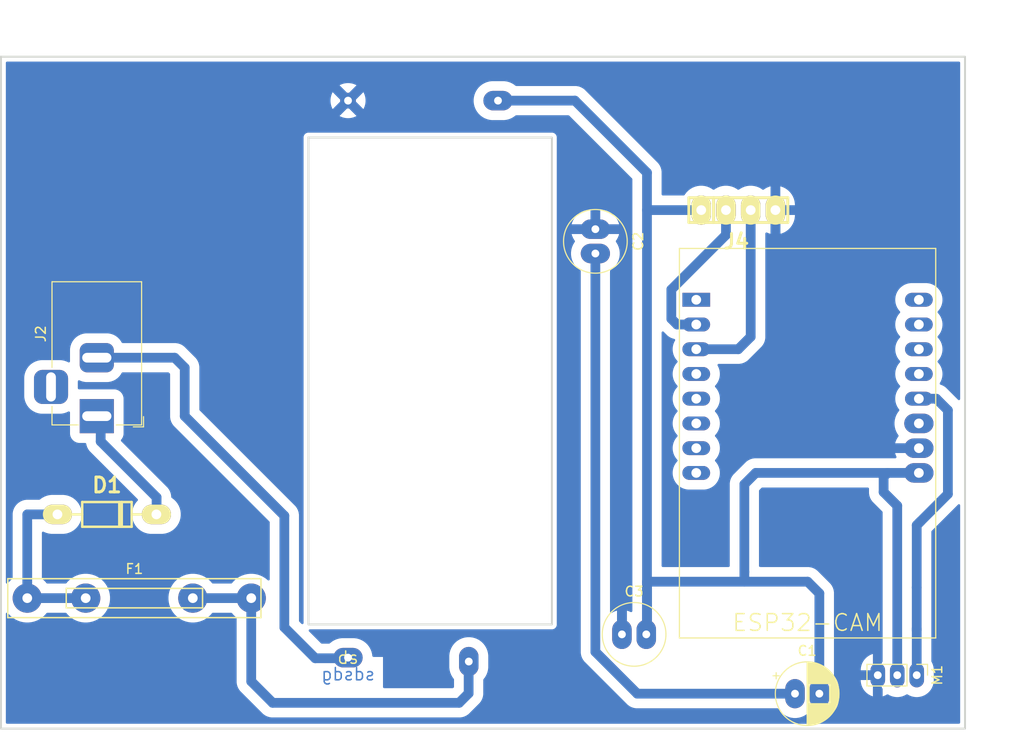
<source format=kicad_pcb>
(kicad_pcb (version 20241229) (generator "pcbnew") (generator_version "9.0")
  (layers (0 "F.Cu" signal) (2 "B.Cu" signal) (13 "F.Paste" user) (15 "B.Paste" user) (5 "F.SilkS" user "F.Silkscreen") (7 "B.SilkS" user "B.Silkscreen") (1 "F.Mask" user) (3 "B.Mask" user) (25 "Edge.Cuts" user))
  (net 0 "")
  (net 1 "GND")
  (net 2 "Net-(J1-Pin_1)")
  (net 3 "Net-(J1-Pin_2)")
  (net 4 "Net-(C1-Pad1)")
  (net 5 "Net-(G´pio12-5V)")
  (net 6 "Net-(G´pio12-GPIO3)")
  (net 7 "Net-(G´pio12-GPIO1)")
  (net 8 "Net-(G´pio12-GPIO13)")
  (net 9 "5V")
  (net 10 "PGND")
  (net 11 "12V")
  (footprint "EESTN5:FUSIBLE" (layer "F.Cu") (at 81.86 95.69)
    (property "Reference" "F1" (at 0 -3 0) (layer "F.SilkS"))
    (property "Value" "Fuse")
    (fp_line (start -13 -2) (end -13 2) (stroke (width 0.15)) (layer "F.SilkS"))
    (fp_line (start -13 2) (end 13 2) (stroke (width 0.15)) (layer "F.SilkS"))
    (fp_line (start -7 -1) (end 7 -1) (stroke (width 0.15)) (layer "F.SilkS"))
    (fp_line (start -7 1) (end -7 -1) (stroke (width 0.15)) (layer "F.SilkS"))
    (fp_line (start -6 1) (end -7 1) (stroke (width 0.15)) (layer "F.SilkS"))
    (fp_line (start 7 -1) (end 7 1) (stroke (width 0.15)) (layer "F.SilkS"))
    (fp_line (start 7 1) (end -6 1) (stroke (width 0.15)) (layer "F.SilkS"))
    (fp_line (start 12 -2) (end -13 -2) (stroke (width 0.15)) (layer "F.SilkS"))
    (fp_line (start 13 -2) (end 12 -2) (stroke (width 0.15)) (layer "F.SilkS"))
    (fp_line (start 13 2) (end 13 -2) (stroke (width 0.15)) (layer "F.SilkS"))
    (pad "1" thru_hole circle (at -11 0) (size 3 3) (drill 1) (layers "*.Cu" "*.Mask") (net 2 "Net-(J1-Pin_1)"))
    (pad "1" thru_hole circle (at -5 0) (size 3 3) (drill 1) (layers "*.Cu" "*.Mask") (net 2 "Net-(J1-Pin_1)"))
    (pad "2" thru_hole circle (at 6 0) (size 3 3) (drill 1) (layers "*.Cu" "*.Mask") (net 3 "Net-(J1-Pin_2)"))
    (pad "2" thru_hole circle (at 12 0) (size 3 3) (drill 1) (layers "*.Cu" "*.Mask") (net 3 "Net-(J1-Pin_2)"))
  )
  (footprint "" (layer "F.Cu") (at 103.8 44.6)
    (property "Reference" "" (at 0 0 0) (layer "F.SilkS") (effects (font (size 1.27 1.27))))
    (property "Value" "")
    (pad "1" thru_hole circle (at 0 0 270) (size 1.6 1.6) (drill 0.8) (layers "*.Cu" "*.Mask") (net 1 "GND"))
  )
  (footprint "EESTN5:pin_strip_4" (layer "F.Cu") (at 143.88 55.84)
    (property "Reference" "J4" (at -0.2032 3.2258 0) (layer "F.SilkS") (effects (font (size 1.5 1.5) (thickness 0.3))))
    (property "Value" "HEADER_4" (hide yes))
    (fp_line (start -5.08 -1.27) (end 5.08 -1.27) (stroke (width 0.3048)) (layer "F.SilkS"))
    (fp_line (start -5.08 1.27) (end -5.08 -1.27) (stroke (width 0.3048)) (layer "F.SilkS"))
    (fp_line (start -2.54 -1.27) (end -2.54 1.27) (stroke (width 0.3048)) (layer "F.SilkS"))
    (fp_line (start 5.08 -1.27) (end 5.08 1.27) (stroke (width 0.3048)) (layer "F.SilkS"))
    (fp_line (start 5.08 1.27) (end -5.08 1.27) (stroke (width 0.3048)) (layer "F.SilkS"))
    (pad "1" thru_hole oval (at -3.81 0) (size 2 3) (drill 1.00076) (layers "*.Cu" "*.Mask" "F.SilkS") (net 9 "5V"))
    (pad "2" thru_hole oval (at -1.27 0) (size 2 3) (drill 1.00076) (layers "*.Cu" "*.Mask" "F.SilkS") (net 6 "Net-(G´pio12-GPIO3)"))
    (pad "3" thru_hole oval (at 1.27 0) (size 2 3) (drill 1.00076) (layers "*.Cu" "*.Mask" "F.SilkS") (net 7 "Net-(G´pio12-GPIO1)"))
    (pad "4" thru_hole oval (at 3.81 0) (size 2 3) (drill 1.00076) (layers "*.Cu" "*.Mask" "F.SilkS") (net 1 "GND"))
  )
  (footprint "Connector_PinHeader_2.00mm:PinHeader_1x03_P2.00mm_Vertical" (layer "F.Cu") (at 162.2 103.6 -90)
    (property "Reference" "M1" (at 0 -2.11 270) (layer "F.SilkS"))
    (property "Value" "Motor_Servo_Futaba_J")
    (fp_line (start -1.11 5.11) (end 1.11 5.11) (stroke (width 0.12)) (layer "F.SilkS"))
    (fp_line (start -1.11 1) (end -1.11 5.11) (stroke (width 0.12)) (layer "F.SilkS"))
    (fp_line (start -1.11 1) (end 1.11 1) (stroke (width 0.12)) (layer "F.SilkS"))
    (fp_line (start 1.11 1) (end 1.11 5.11) (stroke (width 0.12)) (layer "F.SilkS"))
    (fp_line (start -1.11 0) (end -1.11 -1.11) (stroke (width 0.12)) (layer "F.SilkS"))
    (fp_line (start -1.11 -1.11) (end 0 -1.11) (stroke (width 0.12)) (layer "F.SilkS"))
    (pad "1" thru_hole oval (at 0 0 270) (size 2.5 1.5) (drill 0.8) (layers "*.Cu" "*.Mask") (net 8 "Net-(G´pio12-GPIO13)"))
    (pad "2" thru_hole oval (at 0 2 270) (size 2.5 1.5) (drill 0.8) (layers "*.Cu" "*.Mask") (net 5 "Net-(G´pio12-5V)"))
    (pad "3" thru_hole oval (at 0 4 270) (size 2.5 1.5) (drill 0.8) (layers "*.Cu" "*.Mask") (net 1 "GND"))
  )
  (footprint "Capacitor_THT:C_Radial_D6.3mm_H7.0mm_P2.50mm" (layer "F.Cu") (at 131.927621 99.41)
    (property "Reference" "C3" (at 1.25 -4.4 0) (layer "F.SilkS"))
    (property "Value" "0,1uf")
    (fp_circle (center 1.25 0) (end 4.52 0) (stroke (width 0.12)) (fill no) (layer "F.SilkS"))
    (pad "1" thru_hole oval (at 0 0) (size 2 3) (drill 0.8) (layers "*.Cu" "*.Mask") (net 1 "GND"))
    (pad "2" thru_hole oval (at 2.5 0) (size 2 3) (drill 0.8) (layers "*.Cu" "*.Mask") (net 9 "5V"))
  )
  (footprint "" (layer "F.Cu") (at 119.2 44.6)
    (property "Reference" "" (at 0 0 0) (layer "F.SilkS") (effects (font (size 1.27 1.27))))
    (property "Value" "")
    (pad "1" thru_hole oval (at 0 0 270) (size 2 3) (drill 0.8) (layers "*.Cu" "*.Mask") (net 9 "5V"))
  )
  (footprint "EESTN5:DO-41" (layer "F.Cu") (at 79.04 87.09)
    (property "Reference" "D1" (at 0 -3 0) (layer "F.SilkS") (effects (font (size 1.524 1.524) (thickness 0.3048))))
    (property "Value" "1N4148WT" (hide yes))
    (fp_line (start -2.54 -1.27) (end -2.54 1.27) (stroke (width 0.254)) (layer "F.SilkS"))
    (fp_line (start -2.54 -1.27) (end 2.54 -1.27) (stroke (width 0.254)) (layer "F.SilkS"))
    (fp_line (start -2.54 0) (end -3.5 0) (stroke (width 0.254)) (layer "F.SilkS"))
    (fp_line (start 1.27 -1.27) (end 1.27 1.27) (stroke (width 0.254)) (layer "F.SilkS"))
    (fp_line (start 1.524 1.27) (end 1.524 -1.27) (stroke (width 0.254)) (layer "F.SilkS"))
    (fp_line (start 2.54 -1.27) (end 2.54 1.27) (stroke (width 0.254)) (layer "F.SilkS"))
    (fp_line (start 2.54 1.27) (end -2.54 1.27) (stroke (width 0.254)) (layer "F.SilkS"))
    (fp_line (start 3.5 0) (end 2.54 0) (stroke (width 0.254)) (layer "F.SilkS"))
    (pad "1" thru_hole oval (at -5.08 0) (size 3 2) (drill 1.00076) (layers "*.Cu" "*.Mask" "F.SilkS") (net 2 "Net-(J1-Pin_1)"))
    (pad "2" thru_hole oval (at 5.08 0) (size 3 2) (drill 1.00076) (layers "*.Cu" "*.Mask" "F.SilkS") (net 11 "12V"))
  )
  (footprint "Connector_BarrelJack:BarrelJack_Horizontal" (layer "F.Cu") (at 78 77 -90)
    (property "Reference" "J2" (at -8.45 5.75 270) (layer "F.SilkS"))
    (property "Value" "Jack-DC")
    (fp_line (start -13.8 4.6) (end -13.8 -4.6) (stroke (width 0.12)) (layer "F.SilkS"))
    (fp_line (start -5 4.6) (end -13.8 4.6) (stroke (width 0.12)) (layer "F.SilkS"))
    (fp_line (start 0.9 4.6) (end -1 4.6) (stroke (width 0.12)) (layer "F.SilkS"))
    (fp_line (start 0.9 1.9) (end 0.9 4.6) (stroke (width 0.12)) (layer "F.SilkS"))
    (fp_line (start 1.1 -3.75) (end 1.1 -4.8) (stroke (width 0.12)) (layer "F.SilkS"))
    (fp_line (start -13.8 -4.6) (end 0.9 -4.6) (stroke (width 0.12)) (layer "F.SilkS"))
    (fp_line (start 0.9 -4.6) (end 0.9 -2) (stroke (width 0.12)) (layer "F.SilkS"))
    (fp_line (start 0.05 -4.8) (end 1.1 -4.8) (stroke (width 0.12)) (layer "F.SilkS"))
    (pad "1" thru_hole rect (at 0 0 270) (size 3.5 3.5) (drill oval 1 3) (layers "*.Cu" "*.Mask") (net 11 "12V"))
    (pad "2" thru_hole roundrect (at -6 0 270) (size 3 3.5) (drill oval 1 3) (layers "*.Cu" "*.Mask") (net 10 "PGND"))
    (pad "3" thru_hole roundrect (at -3 4.7 270) (size 3.5 3.5) (drill oval 3 1) (layers "*.Cu" "*.Mask"))
  )
  (footprint "" (layer "F.Cu") (at 116.2 102.2)
    (property "Reference" "" (at 0 0 0) (layer "F.SilkS") (effects (font (size 1.27 1.27))))
    (property "Value" "")
    (pad "1" thru_hole oval (at 0 0 270) (size 3 2) (drill 0.8) (layers "*.Cu" "*.Mask") (net 3 "Net-(J1-Pin_2)"))
  )
  (footprint "" (layer "F.Cu") (at 103.8 101.8)
    (property "Reference" "ds" (at 0 0 0) (layer "F.SilkS") (effects (font (size 1.27 1.27))))
    (property "Value" "sdsdg" (at 0 1.7 0) (layer "B.Cu") (effects (font (size 1.27 1.27)) (justify mirror)))
    (pad "1" thru_hole oval (at 0 0 270) (size 2 3) (drill 0.8) (layers "*.Cu" "*.Mask") (net 10 "PGND"))
  )
  (footprint "EESTN5:ESP32S-CAM" (layer "F.Cu") (at 150.99 75.21)
    (property "Reference" "G´pio12" (hide yes))
    (property "Value" "ESP32-CAM")
    (fp_line (start -13.16 -15.43) (end 13.16 -15.43) (stroke (width 0.127)) (layer "F.SilkS"))
    (fp_line (start -13.16 24.57) (end -13.16 -15.43) (stroke (width 0.127)) (layer "F.SilkS"))
    (fp_line (start 13.16 -15.43) (end 13.16 24.57) (stroke (width 0.127)) (layer "F.SilkS"))
    (fp_line (start 13.16 24.57) (end -13.16 24.57) (stroke (width 0.127)) (layer "F.SilkS"))
    (fp_text user "ESP32-CAM" (at 0 23 0) (layer "F.SilkS") (effects (font (size 1.72 1.72))))
    (pad "1" thru_hole rect (at -11.43 -10.16) (size 2.8448 1.4224) (drill 1) (layers "*.Cu" "*.Mask"))
    (pad "2" thru_hole oval (at -11.43 -7.62) (size 2.8448 1.4224) (drill 1) (layers "*.Cu" "*.Mask") (net 6 "Net-(G´pio12-GPIO3)"))
    (pad "3" thru_hole oval (at -11.43 -5.08) (size 2.8448 1.4224) (drill 1) (layers "*.Cu" "*.Mask") (net 6 "Net-(G´pio12-GPIO3)"))
    (pad "4" thru_hole oval (at -11.43 -2.54) (size 2.8448 1.4224) (drill 1) (layers "*.Cu" "*.Mask"))
    (pad "5" thru_hole oval (at -11.43 0) (size 2.8448 1.4224) (drill 1) (layers "*.Cu" "*.Mask"))
    (pad "6" thru_hole oval (at -11.43 2.54) (size 2.8448 1.4224) (drill 1) (layers "*.Cu" "*.Mask"))
    (pad "7" thru_hole oval (at -11.43 5.08) (size 2.8448 1.4224) (drill 1) (layers "*.Cu" "*.Mask"))
    (pad "8" thru_hole oval (at -11.43 7.62) (size 2.8448 1.4224) (drill 1) (layers "*.Cu" "*.Mask"))
    (pad "9" thru_hole oval (at 11.43 7.62) (size 3 2) (drill 1) (layers "*.Cu" "*.Mask") (net 9 "5V"))
    (pad "10" thru_hole oval (at 11.43 5.08) (size 3 2) (drill 1) (layers "*.Cu" "*.Mask") (net 1 "GND"))
    (pad "11" thru_hole oval (at 11.43 2.54) (size 3 2) (drill 1) (layers "*.Cu" "*.Mask"))
    (pad "12" thru_hole oval (at 11.43 0) (size 2.8448 1.4224) (drill 1) (layers "*.Cu" "*.Mask") (net 8 "Net-(G´pio12-GPIO13)"))
    (pad "13" thru_hole oval (at 11.43 -2.54) (size 2.8448 1.4224) (drill 1) (layers "*.Cu" "*.Mask"))
    (pad "14" thru_hole oval (at 11.43 -5.08) (size 2.8448 1.4224) (drill 1) (layers "*.Cu" "*.Mask"))
    (pad "15" thru_hole oval (at 11.43 -7.62) (size 2.8448 1.4224) (drill 1) (layers "*.Cu" "*.Mask"))
    (pad "16" thru_hole oval (at 11.43 -10.16) (size 2.8448 1.4224) (drill 1) (layers "*.Cu" "*.Mask"))
  )
  (footprint "Capacitor_THT:C_Radial_D6.3mm_H7.0mm_P2.50mm" (layer "F.Cu") (at 129.2 57.8 -90)
    (property "Reference" "C2" (at 1.25 -4.4 90) (layer "F.SilkS"))
    (property "Value" "0,1uf")
    (fp_circle (center 1.25 0) (end 4.52 0) (stroke (width 0.12)) (fill no) (layer "F.SilkS"))
    (pad "1" thru_hole oval (at 0 0 270) (size 2 3) (drill 0.8) (layers "*.Cu" "*.Mask") (net 1 "GND"))
    (pad "2" thru_hole oval (at 2.5 0 270) (size 2 3) (drill 0.8) (layers "*.Cu" "*.Mask") (net 4 "Net-(C1-Pad1)"))
  )
  (footprint "Capacitor_THT:CP_Radial_D6.3mm_P2.50mm" (layer "F.Cu") (at 149.7 105.5)
    (property "Reference" "C1" (at 1.25 -4.4 0) (layer "F.SilkS"))
    (property "Value" "C_Polarized")
    (fp_line (start -2.250241 -1.839) (end -1.620241 -1.839) (stroke (width 0.12)) (layer "F.SilkS"))
    (fp_line (start -1.935241 -2.154) (end -1.935241 -1.524) (stroke (width 0.12)) (layer "F.SilkS"))
    (fp_line (start 1.25 -3.23) (end 1.25 3.23) (stroke (width 0.12)) (layer "F.SilkS"))
    (fp_line (start 1.29 -3.23) (end 1.29 3.23) (stroke (width 0.12)) (layer "F.SilkS"))
    (fp_line (start 1.33 -3.229) (end 1.33 3.229) (stroke (width 0.12)) (layer "F.SilkS"))
    (fp_line (start 1.37 -3.228) (end 1.37 3.228) (stroke (width 0.12)) (layer "F.SilkS"))
    (fp_line (start 1.41 -3.226) (end 1.41 3.226) (stroke (width 0.12)) (layer "F.SilkS"))
    (fp_line (start 1.45 -3.224) (end 1.45 3.224) (stroke (width 0.12)) (layer "F.SilkS"))
    (fp_line (start 1.49 -3.221) (end 1.49 -1.04) (stroke (width 0.12)) (layer "F.SilkS"))
    (fp_line (start 1.49 1.04) (end 1.49 3.221) (stroke (width 0.12)) (layer "F.SilkS"))
    (fp_line (start 1.53 -3.218) (end 1.53 -1.04) (stroke (width 0.12)) (layer "F.SilkS"))
    (fp_line (start 1.53 1.04) (end 1.53 3.218) (stroke (width 0.12)) (layer "F.SilkS"))
    (fp_line (start 1.57 -3.214) (end 1.57 -1.04) (stroke (width 0.12)) (layer "F.SilkS"))
    (fp_line (start 1.57 1.04) (end 1.57 3.214) (stroke (width 0.12)) (layer "F.SilkS"))
    (fp_line (start 1.61 -3.21) (end 1.61 -1.04) (stroke (width 0.12)) (layer "F.SilkS"))
    (fp_line (start 1.61 1.04) (end 1.61 3.21) (stroke (width 0.12)) (layer "F.SilkS"))
    (fp_line (start 1.65 -3.205) (end 1.65 -1.04) (stroke (width 0.12)) (layer "F.SilkS"))
    (fp_line (start 1.65 1.04) (end 1.65 3.205) (stroke (width 0.12)) (layer "F.SilkS"))
    (fp_line (start 1.69 -3.2) (end 1.69 -1.04) (stroke (width 0.12)) (layer "F.SilkS"))
    (fp_line (start 1.69 1.04) (end 1.69 3.2) (stroke (width 0.12)) (layer "F.SilkS"))
    (fp_line (start 1.73 -3.195) (end 1.73 -1.04) (stroke (width 0.12)) (layer "F.SilkS"))
    (fp_line (start 1.73 1.04) (end 1.73 3.195) (stroke (width 0.12)) (layer "F.SilkS"))
    (fp_line (start 1.77 -3.188) (end 1.77 -1.04) (stroke (width 0.12)) (layer "F.SilkS"))
    (fp_line (start 1.77 1.04) (end 1.77 3.188) (stroke (width 0.12)) (layer "F.SilkS"))
    (fp_line (start 1.81 -3.182) (end 1.81 -1.04) (stroke (width 0.12)) (layer "F.SilkS"))
    (fp_line (start 1.81 1.04) (end 1.81 3.182) (stroke (width 0.12)) (layer "F.SilkS"))
    (fp_line (start 1.85 -3.174) (end 1.85 -1.04) (stroke (width 0.12)) (layer "F.SilkS"))
    (fp_line (start 1.85 1.04) (end 1.85 3.174) (stroke (width 0.12)) (layer "F.SilkS"))
    (fp_line (start 1.89 -3.167) (end 1.89 -1.04) (stroke (width 0.12)) (layer "F.SilkS"))
    (fp_line (start 1.89 1.04) (end 1.89 3.167) (stroke (width 0.12)) (layer "F.SilkS"))
    (fp_line (start 1.93 -3.159) (end 1.93 -1.04) (stroke (width 0.12)) (layer "F.SilkS"))
    (fp_line (start 1.93 1.04) (end 1.93 3.159) (stroke (width 0.12)) (layer "F.SilkS"))
    (fp_line (start 1.97 -3.15) (end 1.97 -1.04) (stroke (width 0.12)) (layer "F.SilkS"))
    (fp_line (start 1.97 1.04) (end 1.97 3.15) (stroke (width 0.12)) (layer "F.SilkS"))
    (fp_line (start 2.01 -3.14) (end 2.01 -1.04) (stroke (width 0.12)) (layer "F.SilkS"))
    (fp_line (start 2.01 1.04) (end 2.01 3.14) (stroke (width 0.12)) (layer "F.SilkS"))
    (fp_line (start 2.05 -3.131) (end 2.05 -1.04) (stroke (width 0.12)) (layer "F.SilkS"))
    (fp_line (start 2.05 1.04) (end 2.05 3.131) (stroke (width 0.12)) (layer "F.SilkS"))
    (fp_line (start 2.09 -3.12) (end 2.09 -1.04) (stroke (width 0.12)) (layer "F.SilkS"))
    (fp_line (start 2.09 1.04) (end 2.09 3.12) (stroke (width 0.12)) (layer "F.SilkS"))
    (fp_line (start 2.13 -3.109) (end 2.13 -1.04) (stroke (width 0.12)) (layer "F.SilkS"))
    (fp_line (start 2.13 1.04) (end 2.13 3.109) (stroke (width 0.12)) (layer "F.SilkS"))
    (fp_line (start 2.17 -3.098) (end 2.17 -1.04) (stroke (width 0.12)) (layer "F.SilkS"))
    (fp_line (start 2.17 1.04) (end 2.17 3.098) (stroke (width 0.12)) (layer "F.SilkS"))
    (fp_line (start 2.21 -3.086) (end 2.21 -1.04) (stroke (width 0.12)) (layer "F.SilkS"))
    (fp_line (start 2.21 1.04) (end 2.21 3.086) (stroke (width 0.12)) (layer "F.SilkS"))
    (fp_line (start 2.25 -3.073) (end 2.25 -1.04) (stroke (width 0.12)) (layer "F.SilkS"))
    (fp_line (start 2.25 1.04) (end 2.25 3.073) (stroke (width 0.12)) (layer "F.SilkS"))
    (fp_line (start 2.29 -3.06) (end 2.29 -1.04) (stroke (width 0.12)) (layer "F.SilkS"))
    (fp_line (start 2.29 1.04) (end 2.29 3.06) (stroke (width 0.12)) (layer "F.SilkS"))
    (fp_line (start 2.33 -3.047) (end 2.33 -1.04) (stroke (width 0.12)) (layer "F.SilkS"))
    (fp_line (start 2.33 1.04) (end 2.33 3.047) (stroke (width 0.12)) (layer "F.SilkS"))
    (fp_line (start 2.37 -3.032) (end 2.37 -1.04) (stroke (width 0.12)) (layer "F.SilkS"))
    (fp_line (start 2.37 1.04) (end 2.37 3.032) (stroke (width 0.12)) (layer "F.SilkS"))
    (fp_line (start 2.41 -3.017) (end 2.41 -1.04) (stroke (width 0.12)) (layer "F.SilkS"))
    (fp_line (start 2.41 1.04) (end 2.41 3.017) (stroke (width 0.12)) (layer "F.SilkS"))
    (fp_line (start 2.45 -3.002) (end 2.45 -1.04) (stroke (width 0.12)) (layer "F.SilkS"))
    (fp_line (start 2.45 1.04) (end 2.45 3.002) (stroke (width 0.12)) (layer "F.SilkS"))
    (fp_line (start 2.49 -2.986) (end 2.49 -1.04) (stroke (width 0.12)) (layer "F.SilkS"))
    (fp_line (start 2.49 1.04) (end 2.49 2.986) (stroke (width 0.12)) (layer "F.SilkS"))
    (fp_line (start 2.53 -2.969) (end 2.53 -1.04) (stroke (width 0.12)) (layer "F.SilkS"))
    (fp_line (start 2.53 1.04) (end 2.53 2.969) (stroke (width 0.12)) (layer "F.SilkS"))
    (fp_line (start 2.57 -2.952) (end 2.57 -1.04) (stroke (width 0.12)) (layer "F.SilkS"))
    (fp_line (start 2.57 1.04) (end 2.57 2.952) (stroke (width 0.12)) (layer "F.SilkS"))
    (fp_line (start 2.61 -2.934) (end 2.61 -1.04) (stroke (width 0.12)) (layer "F.SilkS"))
    (fp_line (start 2.61 1.04) (end 2.61 2.934) (stroke (width 0.12)) (layer "F.SilkS"))
    (fp_line (start 2.65 -2.915) (end 2.65 -1.04) (stroke (width 0.12)) (layer "F.SilkS"))
    (fp_line (start 2.65 1.04) (end 2.65 2.915) (stroke (width 0.12)) (layer "F.SilkS"))
    (fp_line (start 2.69 -2.896) (end 2.69 -1.04) (stroke (width 0.12)) (layer "F.SilkS"))
    (fp_line (start 2.69 1.04) (end 2.69 2.896) (stroke (width 0.12)) (layer "F.SilkS"))
    (fp_line (start 2.73 -2.876) (end 2.73 -1.04) (stroke (width 0.12)) (layer "F.SilkS"))
    (fp_line (start 2.73 1.04) (end 2.73 2.876) (stroke (width 0.12)) (layer "F.SilkS"))
    (fp_line (start 2.77 -2.855) (end 2.77 -1.04) (stroke (width 0.12)) (layer "F.SilkS"))
    (fp_line (start 2.77 1.04) (end 2.77 2.855) (stroke (width 0.12)) (layer "F.SilkS"))
    (fp_line (start 2.81 -2.834) (end 2.81 -1.04) (stroke (width 0.12)) (layer "F.SilkS"))
    (fp_line (start 2.81 1.04) (end 2.81 2.834) (stroke (width 0.12)) (layer "F.SilkS"))
    (fp_line (start 2.85 -2.812) (end 2.85 -1.04) (stroke (width 0.12)) (layer "F.SilkS"))
    (fp_line (start 2.85 1.04) (end 2.85 2.812) (stroke (width 0.12)) (layer "F.SilkS"))
    (fp_line (start 2.89 -2.789) (end 2.89 -1.04) (stroke (width 0.12)) (layer "F.SilkS"))
    (fp_line (start 2.89 1.04) (end 2.89 2.789) (stroke (width 0.12)) (layer "F.SilkS"))
    (fp_line (start 2.93 -2.765) (end 2.93 -1.04) (stroke (width 0.12)) (layer "F.SilkS"))
    (fp_line (start 2.93 1.04) (end 2.93 2.765) (stroke (width 0.12)) (layer "F.SilkS"))
    (fp_line (start 2.97 -2.741) (end 2.97 -1.04) (stroke (width 0.12)) (layer "F.SilkS"))
    (fp_line (start 2.97 1.04) (end 2.97 2.741) (stroke (width 0.12)) (layer "F.SilkS"))
    (fp_line (start 3.01 -2.716) (end 3.01 -1.04) (stroke (width 0.12)) (layer "F.SilkS"))
    (fp_line (start 3.01 1.04) (end 3.01 2.716) (stroke (width 0.12)) (layer "F.SilkS"))
    (fp_line (start 3.05 -2.69) (end 3.05 -1.04) (stroke (width 0.12)) (layer "F.SilkS"))
    (fp_line (start 3.05 1.04) (end 3.05 2.69) (stroke (width 0.12)) (layer "F.SilkS"))
    (fp_line (start 3.09 -2.663) (end 3.09 -1.04) (stroke (width 0.12)) (layer "F.SilkS"))
    (fp_line (start 3.09 1.04) (end 3.09 2.663) (stroke (width 0.12)) (layer "F.SilkS"))
    (fp_line (start 3.13 -2.636) (end 3.13 -1.04) (stroke (width 0.12)) (layer "F.SilkS"))
    (fp_line (start 3.13 1.04) (end 3.13 2.636) (stroke (width 0.12)) (layer "F.SilkS"))
    (fp_line (start 3.17 -2.607) (end 3.17 -1.04) (stroke (width 0.12)) (layer "F.SilkS"))
    (fp_line (start 3.17 1.04) (end 3.17 2.607) (stroke (width 0.12)) (layer "F.SilkS"))
    (fp_line (start 3.21 -2.577) (end 3.21 -1.04) (stroke (width 0.12)) (layer "F.SilkS"))
    (fp_line (start 3.21 1.04) (end 3.21 2.577) (stroke (width 0.12)) (layer "F.SilkS"))
    (fp_line (start 3.25 -2.547) (end 3.25 -1.04) (stroke (width 0.12)) (layer "F.SilkS"))
    (fp_line (start 3.25 1.04) (end 3.25 2.547) (stroke (width 0.12)) (layer "F.SilkS"))
    (fp_line (start 3.29 -2.516) (end 3.29 -1.04) (stroke (width 0.12)) (layer "F.SilkS"))
    (fp_line (start 3.29 1.04) (end 3.29 2.516) (stroke (width 0.12)) (layer "F.SilkS"))
    (fp_line (start 3.33 -2.483) (end 3.33 -1.04) (stroke (width 0.12)) (layer "F.SilkS"))
    (fp_line (start 3.33 1.04) (end 3.33 2.483) (stroke (width 0.12)) (layer "F.SilkS"))
    (fp_line (start 3.37 -2.45) (end 3.37 -1.04) (stroke (width 0.12)) (layer "F.SilkS"))
    (fp_line (start 3.37 1.04) (end 3.37 2.45) (stroke (width 0.12)) (layer "F.SilkS"))
    (fp_line (start 3.41 -2.415) (end 3.41 -1.04) (stroke (width 0.12)) (layer "F.SilkS"))
    (fp_line (start 3.41 1.04) (end 3.41 2.415) (stroke (width 0.12)) (layer "F.SilkS"))
    (fp_line (start 3.45 -2.379) (end 3.45 -1.04) (stroke (width 0.12)) (layer "F.SilkS"))
    (fp_line (start 3.45 1.04) (end 3.45 2.379) (stroke (width 0.12)) (layer "F.SilkS"))
    (fp_line (start 3.49 -2.342) (end 3.49 -1.04) (stroke (width 0.12)) (layer "F.SilkS"))
    (fp_line (start 3.49 1.04) (end 3.49 2.342) (stroke (width 0.12)) (layer "F.SilkS"))
    (fp_line (start 3.53 -2.304) (end 3.53 -1.04) (stroke (width 0.12)) (layer "F.SilkS"))
    (fp_line (start 3.53 1.04) (end 3.53 2.304) (stroke (width 0.12)) (layer "F.SilkS"))
    (fp_line (start 3.57 -2.264) (end 3.57 2.264) (stroke (width 0.12)) (layer "F.SilkS"))
    (fp_line (start 3.61 -2.223) (end 3.61 2.223) (stroke (width 0.12)) (layer "F.SilkS"))
    (fp_line (start 3.65 -2.181) (end 3.65 2.181) (stroke (width 0.12)) (layer "F.SilkS"))
    (fp_line (start 3.69 -2.137) (end 3.69 2.137) (stroke (width 0.12)) (layer "F.SilkS"))
    (fp_line (start 3.73 -2.091) (end 3.73 2.091) (stroke (width 0.12)) (layer "F.SilkS"))
    (fp_line (start 3.77 -2.044) (end 3.77 2.044) (stroke (width 0.12)) (layer "F.SilkS"))
    (fp_line (start 3.81 -1.995) (end 3.81 1.995) (stroke (width 0.12)) (layer "F.SilkS"))
    (fp_line (start 3.85 -1.943) (end 3.85 1.943) (stroke (width 0.12)) (layer "F.SilkS"))
    (fp_line (start 3.89 -1.89) (end 3.89 1.89) (stroke (width 0.12)) (layer "F.SilkS"))
    (fp_line (start 3.93 -1.834) (end 3.93 1.834) (stroke (width 0.12)) (layer "F.SilkS"))
    (fp_line (start 3.97 -1.775) (end 3.97 1.775) (stroke (width 0.12)) (layer "F.SilkS"))
    (fp_line (start 4.01 -1.714) (end 4.01 1.714) (stroke (width 0.12)) (layer "F.SilkS"))
    (fp_line (start 4.05 -1.649) (end 4.05 1.649) (stroke (width 0.12)) (layer "F.SilkS"))
    (fp_line (start 4.09 -1.581) (end 4.09 1.581) (stroke (width 0.12)) (layer "F.SilkS"))
    (fp_line (start 4.13 -1.509) (end 4.13 1.509) (stroke (width 0.12)) (layer "F.SilkS"))
    (fp_line (start 4.17 -1.432) (end 4.17 1.432) (stroke (width 0.12)) (layer "F.SilkS"))
    (fp_line (start 4.21 -1.35) (end 4.21 1.35) (stroke (width 0.12)) (layer "F.SilkS"))
    (fp_line (start 4.25 -1.261) (end 4.25 1.261) (stroke (width 0.12)) (layer "F.SilkS"))
    (fp_line (start 4.29 -1.165) (end 4.29 1.165) (stroke (width 0.12)) (layer "F.SilkS"))
    (fp_line (start 4.33 -1.058) (end 4.33 1.058) (stroke (width 0.12)) (layer "F.SilkS"))
    (fp_line (start 4.37 -0.939) (end 4.37 0.939) (stroke (width 0.12)) (layer "F.SilkS"))
    (fp_line (start 4.41 -0.801) (end 4.41 0.801) (stroke (width 0.12)) (layer "F.SilkS"))
    (fp_line (start 4.45 -0.633) (end 4.45 0.633) (stroke (width 0.12)) (layer "F.SilkS"))
    (fp_line (start 4.49 -0.402) (end 4.49 0.402) (stroke (width 0.12)) (layer "F.SilkS"))
    (fp_circle (center 1.25 0) (end 4.52 0) (stroke (width 0.12)) (fill no) (layer "F.SilkS"))
    (pad "1" thru_hole oval (at 0 0) (size 2 3) (drill 0.8) (layers "*.Cu" "*.Mask") (net 4 "Net-(C1-Pad1)"))
    (pad "2" thru_hole oval (at 2.5 0) (size 2 3) (drill 0.8) (layers "*.Cu" "*.Mask") (net 9 "5V"))
  )
  (gr_rect (start 68.16 40.09) (end 167.16 109.09) (stroke (width 0.2)) (fill no) (layer "Edge.Cuts"))
  (gr_rect (start 99.735 48.39) (end 124.735 98.39) (stroke (width 0.2)) (fill no) (layer "Edge.Cuts"))
  (segment (start 131.927621 95.927621) (end 131.8 95.8) (width 1) (layer "B.Cu") (net 1))
  (segment (start 147.69 58.27) (end 147.71 58.29) (width 1) (layer "B.Cu") (net 1))
  (segment (start 147.69 55.84) (end 147.69 58.27) (width 1) (layer "B.Cu") (net 1))
  (segment (start 131.927621 99.41) (end 131.927621 95.927621) (width 1) (layer "B.Cu") (net 1))
  (segment (start 70.86 87.11) (end 70.88 87.09) (width 1) (layer "B.Cu") (net 2))
  (segment (start 70.88 87.09) (end 73.96 87.09) (width 1) (layer "B.Cu") (net 2))
  (segment (start 70.86 95.69) (end 76.86 95.69) (width 1) (layer "B.Cu") (net 2))
  (segment (start 70.86 95.69) (end 70.86 87.11) (width 1) (layer "B.Cu") (net 2))
  (segment (start 93.86 95.69) (end 93.86 104.24) (width 1) (layer "B.Cu") (net 3))
  (segment (start 93.86 104.24) (end 96.06 106.44) (width 1) (layer "B.Cu") (net 3))
  (segment (start 116.185 105.465) (end 116.185 102.4) (width 1) (layer "B.Cu") (net 3))
  (segment (start 116.185 102.4) (end 116.185 102.115) (width 1) (layer "B.Cu") (net 3))
  (segment (start 93.86 95.69) (end 87.86 95.69) (width 1) (layer "B.Cu") (net 3))
  (segment (start 96.06 106.44) (end 115.21 106.44) (width 1) (layer "B.Cu") (net 3))
  (segment (start 115.21 106.44) (end 116.185 105.465) (width 1) (layer "B.Cu") (net 3))
  (segment (start 133.5 105.5) (end 149.7 105.5) (width 1) (layer "B.Cu") (net 4))
  (segment (start 129.2 101.2) (end 133.5 105.5) (width 1) (layer "B.Cu") (net 4))
  (segment (start 129.2 60.3) (end 129.2 101.2) (width 1) (layer "B.Cu") (net 4))
  (segment (start 143.87 70.13) (end 139.56 70.13) (width 1) (layer "B.Cu") (net 6))
  (segment (start 142.61 55.84) (end 142.61 58.39) (width 1) (layer "B.Cu") (net 6))
  (segment (start 142.61 58.39) (end 137 64) (width 1) (layer "B.Cu") (net 6))
  (segment (start 137.59 67.59) (end 139.56 67.59) (width 1) (layer "B.Cu") (net 6))
  (segment (start 137 67) (end 137.59 67.59) (width 1) (layer "B.Cu") (net 6))
  (segment (start 137 64) (end 137 67) (width 1) (layer "B.Cu") (net 6))
  (segment (start 145.15 68.85) (end 143.87 70.13) (width 1) (layer "B.Cu") (net 6))
  (segment (start 145.15 55.84) (end 145.15 68.85) (width 1) (layer "B.Cu") (net 6))
  (segment (start 162.2 94.6) (end 162.2 88.2) (width 1) (layer "B.Cu") (net 8))
  (segment (start 162.2 88.2) (end 162.6 87.8) (width 1) (layer "B.Cu") (net 8))
  (segment (start 165.4 85) (end 165.4 76.4) (width 1) (layer "B.Cu") (net 8))
  (segment (start 162.2 103.6) (end 162.2 98.8) (width 1) (layer "B.Cu") (net 8))
  (segment (start 162.4 88) (end 165.4 85) (width 1) (layer "B.Cu") (net 8))
  (segment (start 162.2 99) (end 162.2 94.6) (width 1) (layer "B.Cu") (net 8))
  (segment (start 165.4 76.4) (end 164.21 75.21) (width 1) (layer "B.Cu") (net 8))
  (segment (start 164.21 75.21) (end 162.42 75.21) (width 1) (layer "B.Cu") (net 8))
  (segment (start 162.63 75) (end 162.42 75.21) (width 1) (layer "B.Cu") (net 8))
  (segment (start 158.8 84.8) (end 158.8 83.23) (width 1) (layer "B.Cu") (net 9))
  (segment (start 152.2 95.2) (end 152.2 105.5) (width 1) (layer "B.Cu") (net 9))
  (segment (start 159.2 82.83) (end 145.67 82.83) (width 1) (layer "B.Cu") (net 9))
  (segment (start 127.1 44.6) (end 134.5 52) (width 1) (layer "B.Cu") (net 9))
  (segment (start 134.427621 98.572379) (end 134.427621 99.41) (width 1) (layer "B.Cu") (net 9))
  (segment (start 159.2 82.83) (end 162.42 82.83) (width 1) (layer "B.Cu") (net 9))
  (segment (start 134.5 99.337621) (end 134.427621 99.41) (width 1) (layer "B.Cu") (net 9))
  (segment (start 134.5 52) (end 134.5 99.337621) (width 1) (layer "B.Cu") (net 9))
  (segment (start 134.5 94) (end 134.5 98.5) (width 1) (layer "B.Cu") (net 9))
  (segment (start 160.2 86.2) (end 160.2 103.6) (width 1) (layer "B.Cu") (net 9))
  (segment (start 160.2 86.2) (end 158.8 84.8) (width 1) (layer "B.Cu") (net 9))
  (segment (start 158.8 83.23) (end 159.2 82.83) (width 1) (layer "B.Cu") (net 9))
  (segment (start 144.5 94) (end 134.5 94) (width 1) (layer "B.Cu") (net 9))
  (segment (start 144.5 84) (end 144.5 93) (width 1) (layer "B.Cu") (net 9))
  (segment (start 144.5 93) (end 144.5 94) (width 1) (layer "B.Cu") (net 9))
  (segment (start 151 94) (end 152.2 95.2) (width 1) (layer "B.Cu") (net 9))
  (segment (start 145.67 82.83) (end 144.5 84) (width 1) (layer "B.Cu") (net 9))
  (segment (start 144.5 94) (end 151 94) (width 1) (layer "B.Cu") (net 9))
  (segment (start 134.5 98.5) (end 134.427621 98.572379) (width 1) (layer "B.Cu") (net 9))
  (segment (start 140.07 55.84) (end 134.5 55.84) (width 1) (layer "B.Cu") (net 9))
  (segment (start 119.2 44.6) (end 127.1 44.6) (width 1) (layer "B.Cu") (net 9))
  (segment (start 86 71) (end 78.4 71) (width 1) (layer "B.Cu") (net 10))
  (segment (start 97.26 98.69) (end 97.26 87.23) (width 1) (layer "B.Cu") (net 10))
  (segment (start 87.03 77) (end 87.03 72.03) (width 1) (layer "B.Cu") (net 10))
  (segment (start 87.03 72.03) (end 86 71) (width 1) (layer "B.Cu") (net 10))
  (segment (start 100.435 101.865) (end 97.26 98.69) (width 1) (layer "B.Cu") (net 10))
  (segment (start 97.26 87.23) (end 87.03 77) (width 1) (layer "B.Cu") (net 10))
  (segment (start 103.885 101.865) (end 100.435 101.865) (width 1) (layer "B.Cu") (net 10))
  (segment (start 84.14 87.07) (end 84.14 85.34) (width 1) (layer "B.Cu") (net 11))
  (segment (start 84.14 85.34) (end 78.4 79.6) (width 1) (layer "B.Cu") (net 11))
  (segment (start 78.4 79.6) (end 78.4 76.98) (width 1) (layer "B.Cu") (net 11))
  (segment (start 84.12 87.09) (end 84.14 87.07) (width 1) (layer "B.Cu") (net 11))
  (zone (net 1) (net_name "GND") (layer "B.Cu") (name "GND") (connect_pads (clearance 1)) (min_thickness 0.25) (fill yes (thermal_gap 1) (thermal_bridge_width 1))
    (polygon (pts (xy 68.16 108.715) (xy 167.08 108.715) (xy 167.08 40.115) (xy 68.16 40.115)))
  )
)
</source>
